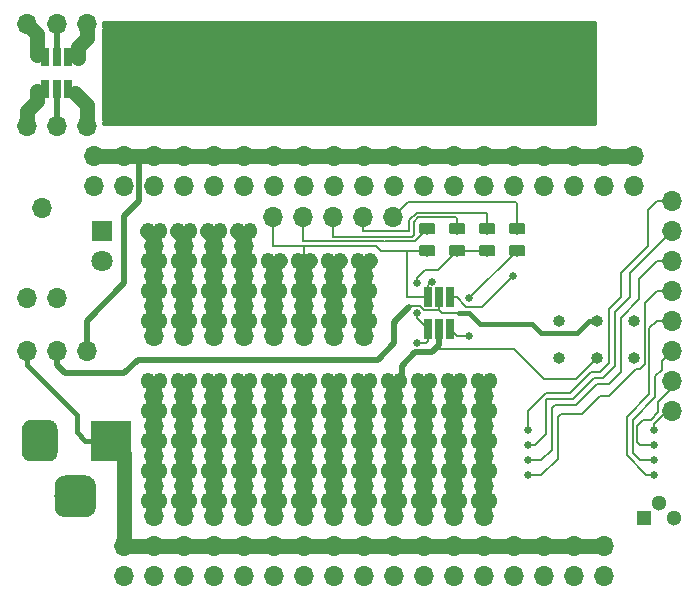
<source format=gtl>
G04 #@! TF.GenerationSoftware,KiCad,Pcbnew,5.0.2+dfsg1-1~bpo9+1*
G04 #@! TF.CreationDate,2020-07-03T00:24:56-04:00*
G04 #@! TF.ProjectId,attiny10,61747469-6e79-4313-902e-6b696361645f,0.10.a*
G04 #@! TF.SameCoordinates,Original*
G04 #@! TF.FileFunction,Copper,L1,Top*
G04 #@! TF.FilePolarity,Positive*
%FSLAX46Y46*%
G04 Gerber Fmt 4.6, Leading zero omitted, Abs format (unit mm)*
G04 Created by KiCad (PCBNEW 5.0.2+dfsg1-1~bpo9+1) date Fri 03 Jul 2020 12:24:56 AM EDT*
%MOMM*%
%LPD*%
G01*
G04 APERTURE LIST*
G04 #@! TA.AperFunction,ComponentPad*
%ADD10O,1.700000X1.700000*%
G04 #@! TD*
G04 #@! TA.AperFunction,ComponentPad*
%ADD11O,1.200000X1.400000*%
G04 #@! TD*
G04 #@! TA.AperFunction,ComponentPad*
%ADD12O,1.000000X1.000000*%
G04 #@! TD*
G04 #@! TA.AperFunction,Conductor*
%ADD13C,0.150000*%
G04 #@! TD*
G04 #@! TA.AperFunction,SMDPad,CuDef*
%ADD14C,0.975000*%
G04 #@! TD*
G04 #@! TA.AperFunction,ComponentPad*
%ADD15C,1.800000*%
G04 #@! TD*
G04 #@! TA.AperFunction,ComponentPad*
%ADD16R,1.800000X1.800000*%
G04 #@! TD*
G04 #@! TA.AperFunction,SMDPad,CuDef*
%ADD17R,0.650000X1.760000*%
G04 #@! TD*
G04 #@! TA.AperFunction,ComponentPad*
%ADD18R,1.300000X1.300000*%
G04 #@! TD*
G04 #@! TA.AperFunction,ComponentPad*
%ADD19C,1.300000*%
G04 #@! TD*
G04 #@! TA.AperFunction,ComponentPad*
%ADD20C,3.500000*%
G04 #@! TD*
G04 #@! TA.AperFunction,ComponentPad*
%ADD21C,3.000000*%
G04 #@! TD*
G04 #@! TA.AperFunction,ComponentPad*
%ADD22R,3.500000X3.500000*%
G04 #@! TD*
G04 #@! TA.AperFunction,SMDPad,CuDef*
%ADD23R,0.650000X1.560000*%
G04 #@! TD*
G04 #@! TA.AperFunction,ViaPad*
%ADD24C,0.635000*%
G04 #@! TD*
G04 #@! TA.AperFunction,Conductor*
%ADD25C,1.270000*%
G04 #@! TD*
G04 #@! TA.AperFunction,Conductor*
%ADD26C,1.016000*%
G04 #@! TD*
G04 #@! TA.AperFunction,Conductor*
%ADD27C,0.203200*%
G04 #@! TD*
G04 #@! TA.AperFunction,Conductor*
%ADD28C,0.508000*%
G04 #@! TD*
G04 #@! TA.AperFunction,Conductor*
%ADD29C,0.406400*%
G04 #@! TD*
G04 #@! TA.AperFunction,NonConductor*
%ADD30C,0.254000*%
G04 #@! TD*
G04 APERTURE END LIST*
D10*
G04 #@! TO.P,REF\002A\002A,1*
G04 #@! TO.N,N/C*
X86360000Y-71120000D03*
G04 #@! TD*
G04 #@! TO.P,REF\002A\002A,1*
G04 #@! TO.N,N/C*
X86360000Y-73660000D03*
G04 #@! TD*
G04 #@! TO.P,REF\002A\002A,1*
G04 #@! TO.N,N/C*
X86360000Y-76200000D03*
G04 #@! TD*
G04 #@! TO.P,REF\002A\002A,1*
G04 #@! TO.N,N/C*
X86360000Y-78740000D03*
G04 #@! TD*
G04 #@! TO.P,REF\002A\002A,1*
G04 #@! TO.N,N/C*
X86360000Y-81280000D03*
G04 #@! TD*
G04 #@! TO.P,REF\002A\002A,1*
G04 #@! TO.N,N/C*
X86360000Y-88900000D03*
G04 #@! TD*
G04 #@! TO.P,REF\002A\002A,1*
G04 #@! TO.N,N/C*
X86360000Y-83820000D03*
G04 #@! TD*
G04 #@! TO.P,REF\002A\002A,1*
G04 #@! TO.N,N/C*
X86360000Y-86360000D03*
G04 #@! TD*
D11*
G04 #@! TO.P,P?,8*
G04 #@! TO.N,N/C*
X71020000Y-93980000D03*
G04 #@! TO.P,P?,7*
X69950000Y-93980000D03*
G04 #@! TO.P,P?,6*
X68480000Y-93980000D03*
G04 #@! TO.P,P?,5*
X67410000Y-93980000D03*
G04 #@! TO.P,P?,4*
X65940000Y-93980000D03*
G04 #@! TO.P,P?,3*
X64870000Y-93980000D03*
G04 #@! TO.P,P?,2*
X63400000Y-93980000D03*
G04 #@! TO.P,P?,1*
X62330000Y-93980000D03*
G04 #@! TD*
D10*
G04 #@! TO.P,REF\002A\002A,1*
G04 #@! TO.N,N/C*
X31750000Y-64770000D03*
G04 #@! TD*
G04 #@! TO.P,REF\002A\002A,1*
G04 #@! TO.N,N/C*
X36830000Y-64770000D03*
G04 #@! TD*
G04 #@! TO.P,REF\002A\002A,1*
G04 #@! TO.N,N/C*
X34290000Y-64770000D03*
G04 #@! TD*
G04 #@! TO.P,REF\002A\002A,1*
G04 #@! TO.N,N/C*
X31750000Y-56134000D03*
G04 #@! TD*
G04 #@! TO.P,REF\002A\002A,1*
G04 #@! TO.N,N/C*
X34290000Y-56134000D03*
G04 #@! TD*
G04 #@! TO.P,REF\002A\002A,1*
G04 #@! TO.N,N/C*
X36830000Y-56134000D03*
G04 #@! TD*
G04 #@! TO.P,REF\002A\002A,1*
G04 #@! TO.N,N/C*
X36830000Y-83820000D03*
G04 #@! TD*
G04 #@! TO.P,REF\002A\002A,1*
G04 #@! TO.N,N/C*
X34290000Y-83820000D03*
G04 #@! TD*
D12*
G04 #@! TO.P,REF\002A\002A,1*
G04 #@! TO.N,N/C*
X76835000Y-84455000D03*
G04 #@! TD*
G04 #@! TO.P,REF\002A\002A,1*
G04 #@! TO.N,N/C*
X80010000Y-84455000D03*
G04 #@! TD*
G04 #@! TO.P,REF\002A\002A,1*
G04 #@! TO.N,N/C*
X83185000Y-84455000D03*
G04 #@! TD*
G04 #@! TO.P,REF\002A\002A,1*
G04 #@! TO.N,N/C*
X83185000Y-81280000D03*
G04 #@! TD*
G04 #@! TO.P,REF\002A\002A,1*
G04 #@! TO.N,N/C*
X80010000Y-81280000D03*
G04 #@! TD*
D10*
G04 #@! TO.P,REF\002A\002A,1*
G04 #@! TO.N,N/C*
X67945000Y-102870000D03*
G04 #@! TD*
D13*
G04 #@! TO.N,N/C*
G04 #@! TO.C,REF\002A\002A*
G36*
X73759142Y-72998174D02*
X73782803Y-73001684D01*
X73806007Y-73007496D01*
X73828529Y-73015554D01*
X73850153Y-73025782D01*
X73870670Y-73038079D01*
X73889883Y-73052329D01*
X73907607Y-73068393D01*
X73923671Y-73086117D01*
X73937921Y-73105330D01*
X73950218Y-73125847D01*
X73960446Y-73147471D01*
X73968504Y-73169993D01*
X73974316Y-73193197D01*
X73977826Y-73216858D01*
X73979000Y-73240750D01*
X73979000Y-73728250D01*
X73977826Y-73752142D01*
X73974316Y-73775803D01*
X73968504Y-73799007D01*
X73960446Y-73821529D01*
X73950218Y-73843153D01*
X73937921Y-73863670D01*
X73923671Y-73882883D01*
X73907607Y-73900607D01*
X73889883Y-73916671D01*
X73870670Y-73930921D01*
X73850153Y-73943218D01*
X73828529Y-73953446D01*
X73806007Y-73961504D01*
X73782803Y-73967316D01*
X73759142Y-73970826D01*
X73735250Y-73972000D01*
X72822750Y-73972000D01*
X72798858Y-73970826D01*
X72775197Y-73967316D01*
X72751993Y-73961504D01*
X72729471Y-73953446D01*
X72707847Y-73943218D01*
X72687330Y-73930921D01*
X72668117Y-73916671D01*
X72650393Y-73900607D01*
X72634329Y-73882883D01*
X72620079Y-73863670D01*
X72607782Y-73843153D01*
X72597554Y-73821529D01*
X72589496Y-73799007D01*
X72583684Y-73775803D01*
X72580174Y-73752142D01*
X72579000Y-73728250D01*
X72579000Y-73240750D01*
X72580174Y-73216858D01*
X72583684Y-73193197D01*
X72589496Y-73169993D01*
X72597554Y-73147471D01*
X72607782Y-73125847D01*
X72620079Y-73105330D01*
X72634329Y-73086117D01*
X72650393Y-73068393D01*
X72668117Y-73052329D01*
X72687330Y-73038079D01*
X72707847Y-73025782D01*
X72729471Y-73015554D01*
X72751993Y-73007496D01*
X72775197Y-73001684D01*
X72798858Y-72998174D01*
X72822750Y-72997000D01*
X73735250Y-72997000D01*
X73759142Y-72998174D01*
X73759142Y-72998174D01*
G37*
D14*
G04 #@! TD*
G04 #@! TO.P,REF\002A\002A,1*
G04 #@! TO.N,N/C*
X73279000Y-73484500D03*
D13*
G04 #@! TO.N,N/C*
G04 #@! TO.C,REF\002A\002A*
G36*
X73759142Y-74873174D02*
X73782803Y-74876684D01*
X73806007Y-74882496D01*
X73828529Y-74890554D01*
X73850153Y-74900782D01*
X73870670Y-74913079D01*
X73889883Y-74927329D01*
X73907607Y-74943393D01*
X73923671Y-74961117D01*
X73937921Y-74980330D01*
X73950218Y-75000847D01*
X73960446Y-75022471D01*
X73968504Y-75044993D01*
X73974316Y-75068197D01*
X73977826Y-75091858D01*
X73979000Y-75115750D01*
X73979000Y-75603250D01*
X73977826Y-75627142D01*
X73974316Y-75650803D01*
X73968504Y-75674007D01*
X73960446Y-75696529D01*
X73950218Y-75718153D01*
X73937921Y-75738670D01*
X73923671Y-75757883D01*
X73907607Y-75775607D01*
X73889883Y-75791671D01*
X73870670Y-75805921D01*
X73850153Y-75818218D01*
X73828529Y-75828446D01*
X73806007Y-75836504D01*
X73782803Y-75842316D01*
X73759142Y-75845826D01*
X73735250Y-75847000D01*
X72822750Y-75847000D01*
X72798858Y-75845826D01*
X72775197Y-75842316D01*
X72751993Y-75836504D01*
X72729471Y-75828446D01*
X72707847Y-75818218D01*
X72687330Y-75805921D01*
X72668117Y-75791671D01*
X72650393Y-75775607D01*
X72634329Y-75757883D01*
X72620079Y-75738670D01*
X72607782Y-75718153D01*
X72597554Y-75696529D01*
X72589496Y-75674007D01*
X72583684Y-75650803D01*
X72580174Y-75627142D01*
X72579000Y-75603250D01*
X72579000Y-75115750D01*
X72580174Y-75091858D01*
X72583684Y-75068197D01*
X72589496Y-75044993D01*
X72597554Y-75022471D01*
X72607782Y-75000847D01*
X72620079Y-74980330D01*
X72634329Y-74961117D01*
X72650393Y-74943393D01*
X72668117Y-74927329D01*
X72687330Y-74913079D01*
X72707847Y-74900782D01*
X72729471Y-74890554D01*
X72751993Y-74882496D01*
X72775197Y-74876684D01*
X72798858Y-74873174D01*
X72822750Y-74872000D01*
X73735250Y-74872000D01*
X73759142Y-74873174D01*
X73759142Y-74873174D01*
G37*
D14*
G04 #@! TD*
G04 #@! TO.P,REF\002A\002A,2*
G04 #@! TO.N,N/C*
X73279000Y-75359500D03*
D13*
G04 #@! TO.N,N/C*
G04 #@! TO.C,REF\002A\002A*
G36*
X71219142Y-74873174D02*
X71242803Y-74876684D01*
X71266007Y-74882496D01*
X71288529Y-74890554D01*
X71310153Y-74900782D01*
X71330670Y-74913079D01*
X71349883Y-74927329D01*
X71367607Y-74943393D01*
X71383671Y-74961117D01*
X71397921Y-74980330D01*
X71410218Y-75000847D01*
X71420446Y-75022471D01*
X71428504Y-75044993D01*
X71434316Y-75068197D01*
X71437826Y-75091858D01*
X71439000Y-75115750D01*
X71439000Y-75603250D01*
X71437826Y-75627142D01*
X71434316Y-75650803D01*
X71428504Y-75674007D01*
X71420446Y-75696529D01*
X71410218Y-75718153D01*
X71397921Y-75738670D01*
X71383671Y-75757883D01*
X71367607Y-75775607D01*
X71349883Y-75791671D01*
X71330670Y-75805921D01*
X71310153Y-75818218D01*
X71288529Y-75828446D01*
X71266007Y-75836504D01*
X71242803Y-75842316D01*
X71219142Y-75845826D01*
X71195250Y-75847000D01*
X70282750Y-75847000D01*
X70258858Y-75845826D01*
X70235197Y-75842316D01*
X70211993Y-75836504D01*
X70189471Y-75828446D01*
X70167847Y-75818218D01*
X70147330Y-75805921D01*
X70128117Y-75791671D01*
X70110393Y-75775607D01*
X70094329Y-75757883D01*
X70080079Y-75738670D01*
X70067782Y-75718153D01*
X70057554Y-75696529D01*
X70049496Y-75674007D01*
X70043684Y-75650803D01*
X70040174Y-75627142D01*
X70039000Y-75603250D01*
X70039000Y-75115750D01*
X70040174Y-75091858D01*
X70043684Y-75068197D01*
X70049496Y-75044993D01*
X70057554Y-75022471D01*
X70067782Y-75000847D01*
X70080079Y-74980330D01*
X70094329Y-74961117D01*
X70110393Y-74943393D01*
X70128117Y-74927329D01*
X70147330Y-74913079D01*
X70167847Y-74900782D01*
X70189471Y-74890554D01*
X70211993Y-74882496D01*
X70235197Y-74876684D01*
X70258858Y-74873174D01*
X70282750Y-74872000D01*
X71195250Y-74872000D01*
X71219142Y-74873174D01*
X71219142Y-74873174D01*
G37*
D14*
G04 #@! TD*
G04 #@! TO.P,REF\002A\002A,2*
G04 #@! TO.N,N/C*
X70739000Y-75359500D03*
D13*
G04 #@! TO.N,N/C*
G04 #@! TO.C,REF\002A\002A*
G36*
X71219142Y-72998174D02*
X71242803Y-73001684D01*
X71266007Y-73007496D01*
X71288529Y-73015554D01*
X71310153Y-73025782D01*
X71330670Y-73038079D01*
X71349883Y-73052329D01*
X71367607Y-73068393D01*
X71383671Y-73086117D01*
X71397921Y-73105330D01*
X71410218Y-73125847D01*
X71420446Y-73147471D01*
X71428504Y-73169993D01*
X71434316Y-73193197D01*
X71437826Y-73216858D01*
X71439000Y-73240750D01*
X71439000Y-73728250D01*
X71437826Y-73752142D01*
X71434316Y-73775803D01*
X71428504Y-73799007D01*
X71420446Y-73821529D01*
X71410218Y-73843153D01*
X71397921Y-73863670D01*
X71383671Y-73882883D01*
X71367607Y-73900607D01*
X71349883Y-73916671D01*
X71330670Y-73930921D01*
X71310153Y-73943218D01*
X71288529Y-73953446D01*
X71266007Y-73961504D01*
X71242803Y-73967316D01*
X71219142Y-73970826D01*
X71195250Y-73972000D01*
X70282750Y-73972000D01*
X70258858Y-73970826D01*
X70235197Y-73967316D01*
X70211993Y-73961504D01*
X70189471Y-73953446D01*
X70167847Y-73943218D01*
X70147330Y-73930921D01*
X70128117Y-73916671D01*
X70110393Y-73900607D01*
X70094329Y-73882883D01*
X70080079Y-73863670D01*
X70067782Y-73843153D01*
X70057554Y-73821529D01*
X70049496Y-73799007D01*
X70043684Y-73775803D01*
X70040174Y-73752142D01*
X70039000Y-73728250D01*
X70039000Y-73240750D01*
X70040174Y-73216858D01*
X70043684Y-73193197D01*
X70049496Y-73169993D01*
X70057554Y-73147471D01*
X70067782Y-73125847D01*
X70080079Y-73105330D01*
X70094329Y-73086117D01*
X70110393Y-73068393D01*
X70128117Y-73052329D01*
X70147330Y-73038079D01*
X70167847Y-73025782D01*
X70189471Y-73015554D01*
X70211993Y-73007496D01*
X70235197Y-73001684D01*
X70258858Y-72998174D01*
X70282750Y-72997000D01*
X71195250Y-72997000D01*
X71219142Y-72998174D01*
X71219142Y-72998174D01*
G37*
D14*
G04 #@! TD*
G04 #@! TO.P,REF\002A\002A,1*
G04 #@! TO.N,N/C*
X70739000Y-73484500D03*
D13*
G04 #@! TO.N,N/C*
G04 #@! TO.C,REF\002A\002A*
G36*
X68679142Y-72998174D02*
X68702803Y-73001684D01*
X68726007Y-73007496D01*
X68748529Y-73015554D01*
X68770153Y-73025782D01*
X68790670Y-73038079D01*
X68809883Y-73052329D01*
X68827607Y-73068393D01*
X68843671Y-73086117D01*
X68857921Y-73105330D01*
X68870218Y-73125847D01*
X68880446Y-73147471D01*
X68888504Y-73169993D01*
X68894316Y-73193197D01*
X68897826Y-73216858D01*
X68899000Y-73240750D01*
X68899000Y-73728250D01*
X68897826Y-73752142D01*
X68894316Y-73775803D01*
X68888504Y-73799007D01*
X68880446Y-73821529D01*
X68870218Y-73843153D01*
X68857921Y-73863670D01*
X68843671Y-73882883D01*
X68827607Y-73900607D01*
X68809883Y-73916671D01*
X68790670Y-73930921D01*
X68770153Y-73943218D01*
X68748529Y-73953446D01*
X68726007Y-73961504D01*
X68702803Y-73967316D01*
X68679142Y-73970826D01*
X68655250Y-73972000D01*
X67742750Y-73972000D01*
X67718858Y-73970826D01*
X67695197Y-73967316D01*
X67671993Y-73961504D01*
X67649471Y-73953446D01*
X67627847Y-73943218D01*
X67607330Y-73930921D01*
X67588117Y-73916671D01*
X67570393Y-73900607D01*
X67554329Y-73882883D01*
X67540079Y-73863670D01*
X67527782Y-73843153D01*
X67517554Y-73821529D01*
X67509496Y-73799007D01*
X67503684Y-73775803D01*
X67500174Y-73752142D01*
X67499000Y-73728250D01*
X67499000Y-73240750D01*
X67500174Y-73216858D01*
X67503684Y-73193197D01*
X67509496Y-73169993D01*
X67517554Y-73147471D01*
X67527782Y-73125847D01*
X67540079Y-73105330D01*
X67554329Y-73086117D01*
X67570393Y-73068393D01*
X67588117Y-73052329D01*
X67607330Y-73038079D01*
X67627847Y-73025782D01*
X67649471Y-73015554D01*
X67671993Y-73007496D01*
X67695197Y-73001684D01*
X67718858Y-72998174D01*
X67742750Y-72997000D01*
X68655250Y-72997000D01*
X68679142Y-72998174D01*
X68679142Y-72998174D01*
G37*
D14*
G04 #@! TD*
G04 #@! TO.P,REF\002A\002A,1*
G04 #@! TO.N,N/C*
X68199000Y-73484500D03*
D13*
G04 #@! TO.N,N/C*
G04 #@! TO.C,REF\002A\002A*
G36*
X68679142Y-74873174D02*
X68702803Y-74876684D01*
X68726007Y-74882496D01*
X68748529Y-74890554D01*
X68770153Y-74900782D01*
X68790670Y-74913079D01*
X68809883Y-74927329D01*
X68827607Y-74943393D01*
X68843671Y-74961117D01*
X68857921Y-74980330D01*
X68870218Y-75000847D01*
X68880446Y-75022471D01*
X68888504Y-75044993D01*
X68894316Y-75068197D01*
X68897826Y-75091858D01*
X68899000Y-75115750D01*
X68899000Y-75603250D01*
X68897826Y-75627142D01*
X68894316Y-75650803D01*
X68888504Y-75674007D01*
X68880446Y-75696529D01*
X68870218Y-75718153D01*
X68857921Y-75738670D01*
X68843671Y-75757883D01*
X68827607Y-75775607D01*
X68809883Y-75791671D01*
X68790670Y-75805921D01*
X68770153Y-75818218D01*
X68748529Y-75828446D01*
X68726007Y-75836504D01*
X68702803Y-75842316D01*
X68679142Y-75845826D01*
X68655250Y-75847000D01*
X67742750Y-75847000D01*
X67718858Y-75845826D01*
X67695197Y-75842316D01*
X67671993Y-75836504D01*
X67649471Y-75828446D01*
X67627847Y-75818218D01*
X67607330Y-75805921D01*
X67588117Y-75791671D01*
X67570393Y-75775607D01*
X67554329Y-75757883D01*
X67540079Y-75738670D01*
X67527782Y-75718153D01*
X67517554Y-75696529D01*
X67509496Y-75674007D01*
X67503684Y-75650803D01*
X67500174Y-75627142D01*
X67499000Y-75603250D01*
X67499000Y-75115750D01*
X67500174Y-75091858D01*
X67503684Y-75068197D01*
X67509496Y-75044993D01*
X67517554Y-75022471D01*
X67527782Y-75000847D01*
X67540079Y-74980330D01*
X67554329Y-74961117D01*
X67570393Y-74943393D01*
X67588117Y-74927329D01*
X67607330Y-74913079D01*
X67627847Y-74900782D01*
X67649471Y-74890554D01*
X67671993Y-74882496D01*
X67695197Y-74876684D01*
X67718858Y-74873174D01*
X67742750Y-74872000D01*
X68655250Y-74872000D01*
X68679142Y-74873174D01*
X68679142Y-74873174D01*
G37*
D14*
G04 #@! TD*
G04 #@! TO.P,REF\002A\002A,2*
G04 #@! TO.N,N/C*
X68199000Y-75359500D03*
D10*
G04 #@! TO.P,REF\002A\002A,1*
G04 #@! TO.N,N/C*
X52578000Y-72517000D03*
G04 #@! TD*
G04 #@! TO.P,REF\002A\002A,1*
G04 #@! TO.N,N/C*
X62738000Y-72517000D03*
G04 #@! TD*
G04 #@! TO.P,REF\002A\002A,1*
G04 #@! TO.N,N/C*
X60198000Y-72517000D03*
G04 #@! TD*
G04 #@! TO.P,REF\002A\002A,1*
G04 #@! TO.N,N/C*
X57658000Y-72517000D03*
G04 #@! TD*
G04 #@! TO.P,REF\002A\002A,1*
G04 #@! TO.N,N/C*
X55118000Y-72517000D03*
G04 #@! TD*
G04 #@! TO.P,REF\002A\002A,1*
G04 #@! TO.N,N/C*
X73025000Y-69850000D03*
G04 #@! TD*
G04 #@! TO.P,REF\002A\002A,1*
G04 #@! TO.N,N/C*
X70485000Y-69850000D03*
G04 #@! TD*
G04 #@! TO.P,REF\002A\002A,1*
G04 #@! TO.N,N/C*
X67945000Y-69850000D03*
G04 #@! TD*
G04 #@! TO.P,REF\002A\002A,1*
G04 #@! TO.N,N/C*
X65405000Y-69850000D03*
G04 #@! TD*
G04 #@! TO.P,REF\002A\002A,1*
G04 #@! TO.N,N/C*
X33020000Y-71755000D03*
G04 #@! TD*
G04 #@! TO.P,REF\002A\002A,1*
G04 #@! TO.N,N/C*
X34290000Y-79375000D03*
G04 #@! TD*
G04 #@! TO.P,REF\002A\002A,1*
G04 #@! TO.N,N/C*
X31750000Y-79375000D03*
G04 #@! TD*
G04 #@! TO.P,REF\002A\002A,1*
G04 #@! TO.N,N/C*
X83185000Y-69850000D03*
G04 #@! TD*
G04 #@! TO.P,REF\002A\002A,1*
G04 #@! TO.N,N/C*
X70485000Y-67310000D03*
G04 #@! TD*
G04 #@! TO.P,REF\002A\002A,1*
G04 #@! TO.N,N/C*
X83185000Y-67310000D03*
G04 #@! TD*
G04 #@! TO.P,REF\002A\002A,1*
G04 #@! TO.N,N/C*
X75565000Y-67310000D03*
G04 #@! TD*
G04 #@! TO.P,REF\002A\002A,1*
G04 #@! TO.N,N/C*
X78105000Y-69850000D03*
G04 #@! TD*
G04 #@! TO.P,REF\002A\002A,1*
G04 #@! TO.N,N/C*
X78105000Y-67310000D03*
G04 #@! TD*
G04 #@! TO.P,REF\002A\002A,1*
G04 #@! TO.N,N/C*
X80645000Y-67310000D03*
G04 #@! TD*
G04 #@! TO.P,REF\002A\002A,1*
G04 #@! TO.N,N/C*
X73025000Y-67310000D03*
G04 #@! TD*
G04 #@! TO.P,REF\002A\002A,1*
G04 #@! TO.N,N/C*
X75565000Y-69850000D03*
G04 #@! TD*
G04 #@! TO.P,REF\002A\002A,1*
G04 #@! TO.N,N/C*
X80645000Y-69850000D03*
G04 #@! TD*
G04 #@! TO.P,REF\002A\002A,1*
G04 #@! TO.N,N/C*
X80645000Y-102870000D03*
G04 #@! TD*
G04 #@! TO.P,REF\002A\002A,1*
G04 #@! TO.N,N/C*
X75565000Y-102870000D03*
G04 #@! TD*
G04 #@! TO.P,REF\002A\002A,1*
G04 #@! TO.N,N/C*
X70485000Y-102870000D03*
G04 #@! TD*
G04 #@! TO.P,REF\002A\002A,1*
G04 #@! TO.N,N/C*
X78105000Y-102870000D03*
G04 #@! TD*
G04 #@! TO.P,REF\002A\002A,1*
G04 #@! TO.N,N/C*
X73025000Y-102870000D03*
G04 #@! TD*
G04 #@! TO.P,REF\002A\002A,1*
G04 #@! TO.N,N/C*
X73025000Y-100330000D03*
G04 #@! TD*
G04 #@! TO.P,REF\002A\002A,1*
G04 #@! TO.N,N/C*
X78105000Y-100330000D03*
G04 #@! TD*
G04 #@! TO.P,REF\002A\002A,1*
G04 #@! TO.N,N/C*
X80645000Y-100330000D03*
G04 #@! TD*
G04 #@! TO.P,REF\002A\002A,1*
G04 #@! TO.N,N/C*
X75565000Y-100330000D03*
G04 #@! TD*
G04 #@! TO.P,REF\002A\002A,1*
G04 #@! TO.N,N/C*
X70485000Y-100330000D03*
G04 #@! TD*
G04 #@! TO.P,REF\002A\002A,1*
G04 #@! TO.N,N/C*
X70485000Y-92710000D03*
G04 #@! TD*
G04 #@! TO.P,REF\002A\002A,1*
G04 #@! TO.N,N/C*
X65405000Y-90170000D03*
G04 #@! TD*
G04 #@! TO.P,REF\002A\002A,1*
G04 #@! TO.N,N/C*
X65405000Y-97790000D03*
G04 #@! TD*
G04 #@! TO.P,REF\002A\002A,1*
G04 #@! TO.N,N/C*
X62865000Y-87630000D03*
G04 #@! TD*
G04 #@! TO.P,REF\002A\002A,1*
G04 #@! TO.N,N/C*
X62865000Y-90170000D03*
G04 #@! TD*
G04 #@! TO.P,REF\002A\002A,1*
G04 #@! TO.N,N/C*
X67945000Y-95250000D03*
G04 #@! TD*
G04 #@! TO.P,REF\002A\002A,1*
G04 #@! TO.N,N/C*
X67945000Y-92710000D03*
G04 #@! TD*
G04 #@! TO.P,REF\002A\002A,1*
G04 #@! TO.N,N/C*
X70485000Y-97790000D03*
G04 #@! TD*
G04 #@! TO.P,REF\002A\002A,1*
G04 #@! TO.N,N/C*
X70485000Y-90170000D03*
G04 #@! TD*
G04 #@! TO.P,REF\002A\002A,1*
G04 #@! TO.N,N/C*
X70485000Y-95250000D03*
G04 #@! TD*
G04 #@! TO.P,REF\002A\002A,1*
G04 #@! TO.N,N/C*
X62865000Y-95250000D03*
G04 #@! TD*
G04 #@! TO.P,REF\002A\002A,1*
G04 #@! TO.N,N/C*
X62865000Y-92710000D03*
G04 #@! TD*
G04 #@! TO.P,REF\002A\002A,1*
G04 #@! TO.N,N/C*
X65405000Y-95250000D03*
G04 #@! TD*
G04 #@! TO.P,REF\002A\002A,1*
G04 #@! TO.N,N/C*
X65405000Y-92710000D03*
G04 #@! TD*
G04 #@! TO.P,REF\002A\002A,1*
G04 #@! TO.N,N/C*
X67945000Y-97790000D03*
G04 #@! TD*
G04 #@! TO.P,REF\002A\002A,1*
G04 #@! TO.N,N/C*
X62865000Y-97790000D03*
G04 #@! TD*
G04 #@! TO.P,REF\002A\002A,1*
G04 #@! TO.N,N/C*
X67945000Y-90170000D03*
G04 #@! TD*
G04 #@! TO.P,REF\002A\002A,1*
G04 #@! TO.N,N/C*
X67945000Y-87630000D03*
G04 #@! TD*
D11*
G04 #@! TO.P,P?,8*
G04 #@! TO.N,N/C*
X71020000Y-88900000D03*
G04 #@! TO.P,P?,7*
X69950000Y-88900000D03*
G04 #@! TO.P,P?,6*
X68480000Y-88900000D03*
G04 #@! TO.P,P?,5*
X67410000Y-88900000D03*
G04 #@! TO.P,P?,4*
X65940000Y-88900000D03*
G04 #@! TO.P,P?,3*
X64870000Y-88900000D03*
G04 #@! TO.P,P?,2*
X63400000Y-88900000D03*
G04 #@! TO.P,P?,1*
X62330000Y-88900000D03*
G04 #@! TD*
G04 #@! TO.P,P?,8*
G04 #@! TO.N,N/C*
X71020000Y-96520000D03*
G04 #@! TO.P,P?,7*
X69950000Y-96520000D03*
G04 #@! TO.P,P?,6*
X68480000Y-96520000D03*
G04 #@! TO.P,P?,5*
X67410000Y-96520000D03*
G04 #@! TO.P,P?,4*
X65940000Y-96520000D03*
G04 #@! TO.P,P?,3*
X64870000Y-96520000D03*
G04 #@! TO.P,P?,2*
X63400000Y-96520000D03*
G04 #@! TO.P,P?,1*
X62330000Y-96520000D03*
G04 #@! TD*
G04 #@! TO.P,P?,8*
G04 #@! TO.N,N/C*
X71020000Y-86360000D03*
G04 #@! TO.P,P?,7*
X69950000Y-86360000D03*
G04 #@! TO.P,P?,6*
X68480000Y-86360000D03*
G04 #@! TO.P,P?,5*
X67410000Y-86360000D03*
G04 #@! TO.P,P?,4*
X65940000Y-86360000D03*
G04 #@! TO.P,P?,3*
X64870000Y-86360000D03*
G04 #@! TO.P,P?,2*
X63400000Y-86360000D03*
G04 #@! TO.P,P?,1*
X62330000Y-86360000D03*
G04 #@! TD*
G04 #@! TO.P,P?,8*
G04 #@! TO.N,N/C*
X71020000Y-91440000D03*
G04 #@! TO.P,P?,7*
X69950000Y-91440000D03*
G04 #@! TO.P,P?,6*
X68480000Y-91440000D03*
G04 #@! TO.P,P?,5*
X67410000Y-91440000D03*
G04 #@! TO.P,P?,4*
X65940000Y-91440000D03*
G04 #@! TO.P,P?,3*
X64870000Y-91440000D03*
G04 #@! TO.P,P?,2*
X63400000Y-91440000D03*
G04 #@! TO.P,P?,1*
X62330000Y-91440000D03*
G04 #@! TD*
D10*
G04 #@! TO.P,REF\002A\002A,1*
G04 #@! TO.N,N/C*
X65405000Y-87630000D03*
G04 #@! TD*
G04 #@! TO.P,REF\002A\002A,1*
G04 #@! TO.N,N/C*
X70485000Y-87630000D03*
G04 #@! TD*
G04 #@! TO.P,REF\002A\002A,1*
G04 #@! TO.N,N/C*
X50165000Y-77470000D03*
G04 #@! TD*
G04 #@! TO.P,REF\002A\002A,1*
G04 #@! TO.N,N/C*
X52705000Y-82550000D03*
G04 #@! TD*
G04 #@! TO.P,REF\002A\002A,1*
G04 #@! TO.N,N/C*
X52705000Y-80010000D03*
G04 #@! TD*
G04 #@! TO.P,REF\002A\002A,1*
G04 #@! TO.N,N/C*
X57785000Y-82550000D03*
G04 #@! TD*
G04 #@! TO.P,REF\002A\002A,1*
G04 #@! TO.N,N/C*
X45085000Y-74930000D03*
G04 #@! TD*
G04 #@! TO.P,REF\002A\002A,1*
G04 #@! TO.N,N/C*
X45085000Y-82550000D03*
G04 #@! TD*
G04 #@! TO.P,REF\002A\002A,1*
G04 #@! TO.N,N/C*
X42545000Y-74930000D03*
G04 #@! TD*
G04 #@! TO.P,REF\002A\002A,1*
G04 #@! TO.N,N/C*
X47625000Y-80010000D03*
G04 #@! TD*
G04 #@! TO.P,REF\002A\002A,1*
G04 #@! TO.N,N/C*
X47625000Y-77470000D03*
G04 #@! TD*
G04 #@! TO.P,REF\002A\002A,1*
G04 #@! TO.N,N/C*
X50165000Y-82550000D03*
G04 #@! TD*
G04 #@! TO.P,REF\002A\002A,1*
G04 #@! TO.N,N/C*
X50165000Y-74930000D03*
G04 #@! TD*
G04 #@! TO.P,REF\002A\002A,1*
G04 #@! TO.N,N/C*
X57785000Y-77470000D03*
G04 #@! TD*
G04 #@! TO.P,REF\002A\002A,1*
G04 #@! TO.N,N/C*
X55245000Y-77470000D03*
G04 #@! TD*
G04 #@! TO.P,REF\002A\002A,1*
G04 #@! TO.N,N/C*
X50165000Y-80010000D03*
G04 #@! TD*
G04 #@! TO.P,REF\002A\002A,1*
G04 #@! TO.N,N/C*
X42545000Y-80010000D03*
G04 #@! TD*
G04 #@! TO.P,REF\002A\002A,1*
G04 #@! TO.N,N/C*
X42545000Y-77470000D03*
G04 #@! TD*
G04 #@! TO.P,REF\002A\002A,1*
G04 #@! TO.N,N/C*
X55245000Y-80010000D03*
G04 #@! TD*
G04 #@! TO.P,REF\002A\002A,1*
G04 #@! TO.N,N/C*
X60325000Y-82550000D03*
G04 #@! TD*
G04 #@! TO.P,REF\002A\002A,1*
G04 #@! TO.N,N/C*
X60325000Y-80010000D03*
G04 #@! TD*
G04 #@! TO.P,REF\002A\002A,1*
G04 #@! TO.N,N/C*
X52705000Y-77470000D03*
G04 #@! TD*
D11*
G04 #@! TO.P,P?,1*
G04 #@! TO.N,N/C*
X52170000Y-76200000D03*
G04 #@! TO.P,P?,2*
X53240000Y-76200000D03*
G04 #@! TO.P,P?,3*
X54710000Y-76200000D03*
G04 #@! TO.P,P?,4*
X55780000Y-76200000D03*
G04 #@! TO.P,P?,5*
X57250000Y-76200000D03*
G04 #@! TO.P,P?,6*
X58320000Y-76200000D03*
G04 #@! TO.P,P?,7*
X59790000Y-76200000D03*
G04 #@! TO.P,P?,8*
X60860000Y-76200000D03*
G04 #@! TD*
D10*
G04 #@! TO.P,REF\002A\002A,1*
G04 #@! TO.N,N/C*
X55245000Y-82550000D03*
G04 #@! TD*
G04 #@! TO.P,REF\002A\002A,1*
G04 #@! TO.N,N/C*
X57785000Y-80010000D03*
G04 #@! TD*
D11*
G04 #@! TO.P,P?,1*
G04 #@! TO.N,N/C*
X52170000Y-81280000D03*
G04 #@! TO.P,P?,2*
X53240000Y-81280000D03*
G04 #@! TO.P,P?,3*
X54710000Y-81280000D03*
G04 #@! TO.P,P?,4*
X55780000Y-81280000D03*
G04 #@! TO.P,P?,5*
X57250000Y-81280000D03*
G04 #@! TO.P,P?,6*
X58320000Y-81280000D03*
G04 #@! TO.P,P?,7*
X59790000Y-81280000D03*
G04 #@! TO.P,P?,8*
X60860000Y-81280000D03*
G04 #@! TD*
D10*
G04 #@! TO.P,REF\002A\002A,1*
G04 #@! TO.N,N/C*
X45085000Y-80010000D03*
G04 #@! TD*
G04 #@! TO.P,REF\002A\002A,1*
G04 #@! TO.N,N/C*
X45085000Y-77470000D03*
G04 #@! TD*
D11*
G04 #@! TO.P,P?,1*
G04 #@! TO.N,N/C*
X52170000Y-78740000D03*
G04 #@! TO.P,P?,2*
X53240000Y-78740000D03*
G04 #@! TO.P,P?,3*
X54710000Y-78740000D03*
G04 #@! TO.P,P?,4*
X55780000Y-78740000D03*
G04 #@! TO.P,P?,5*
X57250000Y-78740000D03*
G04 #@! TO.P,P?,6*
X58320000Y-78740000D03*
G04 #@! TO.P,P?,7*
X59790000Y-78740000D03*
G04 #@! TO.P,P?,8*
X60860000Y-78740000D03*
G04 #@! TD*
D10*
G04 #@! TO.P,REF\002A\002A,1*
G04 #@! TO.N,N/C*
X47625000Y-82550000D03*
G04 #@! TD*
G04 #@! TO.P,REF\002A\002A,1*
G04 #@! TO.N,N/C*
X42545000Y-82550000D03*
G04 #@! TD*
G04 #@! TO.P,REF\002A\002A,1*
G04 #@! TO.N,N/C*
X47625000Y-74930000D03*
G04 #@! TD*
G04 #@! TO.P,REF\002A\002A,1*
G04 #@! TO.N,N/C*
X60325000Y-77470000D03*
G04 #@! TD*
D11*
G04 #@! TO.P,P?,8*
G04 #@! TO.N,N/C*
X50700000Y-73660000D03*
G04 #@! TO.P,P?,7*
X49630000Y-73660000D03*
G04 #@! TO.P,P?,6*
X48160000Y-73660000D03*
G04 #@! TO.P,P?,5*
X47090000Y-73660000D03*
G04 #@! TO.P,P?,4*
X45620000Y-73660000D03*
G04 #@! TO.P,P?,3*
X44550000Y-73660000D03*
G04 #@! TO.P,P?,2*
X43080000Y-73660000D03*
G04 #@! TO.P,P?,1*
X42010000Y-73660000D03*
G04 #@! TD*
G04 #@! TO.P,P?,8*
G04 #@! TO.N,N/C*
X50700000Y-81280000D03*
G04 #@! TO.P,P?,7*
X49630000Y-81280000D03*
G04 #@! TO.P,P?,6*
X48160000Y-81280000D03*
G04 #@! TO.P,P?,5*
X47090000Y-81280000D03*
G04 #@! TO.P,P?,4*
X45620000Y-81280000D03*
G04 #@! TO.P,P?,3*
X44550000Y-81280000D03*
G04 #@! TO.P,P?,2*
X43080000Y-81280000D03*
G04 #@! TO.P,P?,1*
X42010000Y-81280000D03*
G04 #@! TD*
G04 #@! TO.P,P?,8*
G04 #@! TO.N,N/C*
X50700000Y-78740000D03*
G04 #@! TO.P,P?,7*
X49630000Y-78740000D03*
G04 #@! TO.P,P?,6*
X48160000Y-78740000D03*
G04 #@! TO.P,P?,5*
X47090000Y-78740000D03*
G04 #@! TO.P,P?,4*
X45620000Y-78740000D03*
G04 #@! TO.P,P?,3*
X44550000Y-78740000D03*
G04 #@! TO.P,P?,2*
X43080000Y-78740000D03*
G04 #@! TO.P,P?,1*
X42010000Y-78740000D03*
G04 #@! TD*
G04 #@! TO.P,P?,8*
G04 #@! TO.N,N/C*
X50700000Y-76200000D03*
G04 #@! TO.P,P?,7*
X49630000Y-76200000D03*
G04 #@! TO.P,P?,6*
X48160000Y-76200000D03*
G04 #@! TO.P,P?,5*
X47090000Y-76200000D03*
G04 #@! TO.P,P?,4*
X45620000Y-76200000D03*
G04 #@! TO.P,P?,3*
X44550000Y-76200000D03*
G04 #@! TO.P,P?,2*
X43080000Y-76200000D03*
G04 #@! TO.P,P?,1*
X42010000Y-76200000D03*
G04 #@! TD*
D10*
G04 #@! TO.P,REF\002A\002A,1*
G04 #@! TO.N,N/C*
X60325000Y-92710000D03*
G04 #@! TD*
G04 #@! TO.P,REF\002A\002A,1*
G04 #@! TO.N,N/C*
X55245000Y-90170000D03*
G04 #@! TD*
G04 #@! TO.P,REF\002A\002A,1*
G04 #@! TO.N,N/C*
X55245000Y-97790000D03*
G04 #@! TD*
G04 #@! TO.P,REF\002A\002A,1*
G04 #@! TO.N,N/C*
X52705000Y-87630000D03*
G04 #@! TD*
G04 #@! TO.P,REF\002A\002A,1*
G04 #@! TO.N,N/C*
X52705000Y-90170000D03*
G04 #@! TD*
G04 #@! TO.P,REF\002A\002A,1*
G04 #@! TO.N,N/C*
X57785000Y-95250000D03*
G04 #@! TD*
G04 #@! TO.P,REF\002A\002A,1*
G04 #@! TO.N,N/C*
X57785000Y-92710000D03*
G04 #@! TD*
G04 #@! TO.P,REF\002A\002A,1*
G04 #@! TO.N,N/C*
X60325000Y-97790000D03*
G04 #@! TD*
G04 #@! TO.P,REF\002A\002A,1*
G04 #@! TO.N,N/C*
X60325000Y-90170000D03*
G04 #@! TD*
G04 #@! TO.P,REF\002A\002A,1*
G04 #@! TO.N,N/C*
X60325000Y-95250000D03*
G04 #@! TD*
G04 #@! TO.P,REF\002A\002A,1*
G04 #@! TO.N,N/C*
X52705000Y-95250000D03*
G04 #@! TD*
G04 #@! TO.P,REF\002A\002A,1*
G04 #@! TO.N,N/C*
X52705000Y-92710000D03*
G04 #@! TD*
G04 #@! TO.P,REF\002A\002A,1*
G04 #@! TO.N,N/C*
X55245000Y-95250000D03*
G04 #@! TD*
G04 #@! TO.P,REF\002A\002A,1*
G04 #@! TO.N,N/C*
X55245000Y-92710000D03*
G04 #@! TD*
G04 #@! TO.P,REF\002A\002A,1*
G04 #@! TO.N,N/C*
X57785000Y-97790000D03*
G04 #@! TD*
G04 #@! TO.P,REF\002A\002A,1*
G04 #@! TO.N,N/C*
X52705000Y-97790000D03*
G04 #@! TD*
G04 #@! TO.P,REF\002A\002A,1*
G04 #@! TO.N,N/C*
X57785000Y-90170000D03*
G04 #@! TD*
G04 #@! TO.P,REF\002A\002A,1*
G04 #@! TO.N,N/C*
X57785000Y-87630000D03*
G04 #@! TD*
D11*
G04 #@! TO.P,P?,8*
G04 #@! TO.N,N/C*
X60860000Y-88900000D03*
G04 #@! TO.P,P?,7*
X59790000Y-88900000D03*
G04 #@! TO.P,P?,6*
X58320000Y-88900000D03*
G04 #@! TO.P,P?,5*
X57250000Y-88900000D03*
G04 #@! TO.P,P?,4*
X55780000Y-88900000D03*
G04 #@! TO.P,P?,3*
X54710000Y-88900000D03*
G04 #@! TO.P,P?,2*
X53240000Y-88900000D03*
G04 #@! TO.P,P?,1*
X52170000Y-88900000D03*
G04 #@! TD*
G04 #@! TO.P,P?,8*
G04 #@! TO.N,N/C*
X60860000Y-96520000D03*
G04 #@! TO.P,P?,7*
X59790000Y-96520000D03*
G04 #@! TO.P,P?,6*
X58320000Y-96520000D03*
G04 #@! TO.P,P?,5*
X57250000Y-96520000D03*
G04 #@! TO.P,P?,4*
X55780000Y-96520000D03*
G04 #@! TO.P,P?,3*
X54710000Y-96520000D03*
G04 #@! TO.P,P?,2*
X53240000Y-96520000D03*
G04 #@! TO.P,P?,1*
X52170000Y-96520000D03*
G04 #@! TD*
G04 #@! TO.P,P?,8*
G04 #@! TO.N,N/C*
X60860000Y-86360000D03*
G04 #@! TO.P,P?,7*
X59790000Y-86360000D03*
G04 #@! TO.P,P?,6*
X58320000Y-86360000D03*
G04 #@! TO.P,P?,5*
X57250000Y-86360000D03*
G04 #@! TO.P,P?,4*
X55780000Y-86360000D03*
G04 #@! TO.P,P?,3*
X54710000Y-86360000D03*
G04 #@! TO.P,P?,2*
X53240000Y-86360000D03*
G04 #@! TO.P,P?,1*
X52170000Y-86360000D03*
G04 #@! TD*
G04 #@! TO.P,P?,8*
G04 #@! TO.N,N/C*
X60860000Y-93980000D03*
G04 #@! TO.P,P?,7*
X59790000Y-93980000D03*
G04 #@! TO.P,P?,6*
X58320000Y-93980000D03*
G04 #@! TO.P,P?,5*
X57250000Y-93980000D03*
G04 #@! TO.P,P?,4*
X55780000Y-93980000D03*
G04 #@! TO.P,P?,3*
X54710000Y-93980000D03*
G04 #@! TO.P,P?,2*
X53240000Y-93980000D03*
G04 #@! TO.P,P?,1*
X52170000Y-93980000D03*
G04 #@! TD*
G04 #@! TO.P,P?,8*
G04 #@! TO.N,N/C*
X60860000Y-91440000D03*
G04 #@! TO.P,P?,7*
X59790000Y-91440000D03*
G04 #@! TO.P,P?,6*
X58320000Y-91440000D03*
G04 #@! TO.P,P?,5*
X57250000Y-91440000D03*
G04 #@! TO.P,P?,4*
X55780000Y-91440000D03*
G04 #@! TO.P,P?,3*
X54710000Y-91440000D03*
G04 #@! TO.P,P?,2*
X53240000Y-91440000D03*
G04 #@! TO.P,P?,1*
X52170000Y-91440000D03*
G04 #@! TD*
D10*
G04 #@! TO.P,REF\002A\002A,1*
G04 #@! TO.N,N/C*
X55245000Y-87630000D03*
G04 #@! TD*
G04 #@! TO.P,REF\002A\002A,1*
G04 #@! TO.N,N/C*
X60325000Y-87630000D03*
G04 #@! TD*
G04 #@! TO.P,REF\002A\002A,1*
G04 #@! TO.N,N/C*
X50165000Y-95250000D03*
G04 #@! TD*
G04 #@! TO.P,REF\002A\002A,1*
G04 #@! TO.N,N/C*
X50165000Y-92710000D03*
G04 #@! TD*
G04 #@! TO.P,REF\002A\002A,1*
G04 #@! TO.N,N/C*
X50165000Y-97790000D03*
G04 #@! TD*
G04 #@! TO.P,REF\002A\002A,1*
G04 #@! TO.N,N/C*
X50165000Y-90170000D03*
G04 #@! TD*
G04 #@! TO.P,REF\002A\002A,1*
G04 #@! TO.N,N/C*
X50165000Y-87630000D03*
G04 #@! TD*
G04 #@! TO.P,REF\002A\002A,1*
G04 #@! TO.N,N/C*
X47625000Y-90170000D03*
G04 #@! TD*
G04 #@! TO.P,REF\002A\002A,1*
G04 #@! TO.N,N/C*
X47625000Y-97790000D03*
G04 #@! TD*
G04 #@! TO.P,REF\002A\002A,1*
G04 #@! TO.N,N/C*
X47625000Y-95250000D03*
G04 #@! TD*
G04 #@! TO.P,REF\002A\002A,1*
G04 #@! TO.N,N/C*
X47625000Y-92710000D03*
G04 #@! TD*
G04 #@! TO.P,REF\002A\002A,1*
G04 #@! TO.N,N/C*
X47625000Y-87630000D03*
G04 #@! TD*
G04 #@! TO.P,REF\002A\002A,1*
G04 #@! TO.N,N/C*
X45085000Y-87630000D03*
G04 #@! TD*
G04 #@! TO.P,REF\002A\002A,1*
G04 #@! TO.N,N/C*
X45085000Y-90170000D03*
G04 #@! TD*
G04 #@! TO.P,REF\002A\002A,1*
G04 #@! TO.N,N/C*
X45085000Y-95250000D03*
G04 #@! TD*
G04 #@! TO.P,REF\002A\002A,1*
G04 #@! TO.N,N/C*
X45085000Y-92710000D03*
G04 #@! TD*
G04 #@! TO.P,REF\002A\002A,1*
G04 #@! TO.N,N/C*
X45085000Y-97790000D03*
G04 #@! TD*
G04 #@! TO.P,REF\002A\002A,1*
G04 #@! TO.N,N/C*
X42545000Y-97790000D03*
G04 #@! TD*
G04 #@! TO.P,REF\002A\002A,1*
G04 #@! TO.N,N/C*
X42545000Y-95250000D03*
G04 #@! TD*
G04 #@! TO.P,REF\002A\002A,1*
G04 #@! TO.N,N/C*
X42545000Y-92710000D03*
G04 #@! TD*
G04 #@! TO.P,REF\002A\002A,1*
G04 #@! TO.N,N/C*
X42545000Y-90170000D03*
G04 #@! TD*
G04 #@! TO.P,REF\002A\002A,1*
G04 #@! TO.N,N/C*
X42545000Y-87630000D03*
G04 #@! TD*
G04 #@! TO.P,REF\002A\002A,1*
G04 #@! TO.N,N/C*
X60325000Y-67310000D03*
G04 #@! TD*
G04 #@! TO.P,REF\002A\002A,1*
G04 #@! TO.N,N/C*
X55245000Y-67310000D03*
G04 #@! TD*
G04 #@! TO.P,REF\002A\002A,1*
G04 #@! TO.N,N/C*
X45085000Y-69850000D03*
G04 #@! TD*
G04 #@! TO.P,REF\002A\002A,1*
G04 #@! TO.N,N/C*
X67945000Y-67310000D03*
G04 #@! TD*
G04 #@! TO.P,REF\002A\002A,1*
G04 #@! TO.N,N/C*
X50165000Y-67310000D03*
G04 #@! TD*
G04 #@! TO.P,REF\002A\002A,1*
G04 #@! TO.N,N/C*
X40005000Y-69850000D03*
G04 #@! TD*
G04 #@! TO.P,REF\002A\002A,1*
G04 #@! TO.N,N/C*
X60325000Y-69850000D03*
G04 #@! TD*
G04 #@! TO.P,REF\002A\002A,1*
G04 #@! TO.N,N/C*
X55245000Y-69850000D03*
G04 #@! TD*
G04 #@! TO.P,REF\002A\002A,1*
G04 #@! TO.N,N/C*
X52705000Y-67310000D03*
G04 #@! TD*
G04 #@! TO.P,REF\002A\002A,1*
G04 #@! TO.N,N/C*
X37465000Y-67310000D03*
G04 #@! TD*
G04 #@! TO.P,REF\002A\002A,1*
G04 #@! TO.N,N/C*
X62865000Y-69850000D03*
G04 #@! TD*
G04 #@! TO.P,REF\002A\002A,1*
G04 #@! TO.N,N/C*
X42545000Y-69850000D03*
G04 #@! TD*
G04 #@! TO.P,REF\002A\002A,1*
G04 #@! TO.N,N/C*
X57785000Y-69850000D03*
G04 #@! TD*
G04 #@! TO.P,REF\002A\002A,1*
G04 #@! TO.N,N/C*
X37465000Y-69850000D03*
G04 #@! TD*
G04 #@! TO.P,REF\002A\002A,1*
G04 #@! TO.N,N/C*
X50165000Y-69850000D03*
G04 #@! TD*
G04 #@! TO.P,REF\002A\002A,1*
G04 #@! TO.N,N/C*
X42545000Y-67310000D03*
G04 #@! TD*
G04 #@! TO.P,REF\002A\002A,1*
G04 #@! TO.N,N/C*
X57785000Y-67310000D03*
G04 #@! TD*
G04 #@! TO.P,REF\002A\002A,1*
G04 #@! TO.N,N/C*
X45085000Y-67310000D03*
G04 #@! TD*
G04 #@! TO.P,REF\002A\002A,1*
G04 #@! TO.N,N/C*
X62865000Y-67310000D03*
G04 #@! TD*
G04 #@! TO.P,REF\002A\002A,1*
G04 #@! TO.N,N/C*
X40005000Y-67310000D03*
G04 #@! TD*
G04 #@! TO.P,REF\002A\002A,1*
G04 #@! TO.N,N/C*
X65405000Y-67310000D03*
G04 #@! TD*
G04 #@! TO.P,REF\002A\002A,1*
G04 #@! TO.N,N/C*
X47625000Y-67310000D03*
G04 #@! TD*
G04 #@! TO.P,REF\002A\002A,1*
G04 #@! TO.N,N/C*
X52705000Y-69850000D03*
G04 #@! TD*
G04 #@! TO.P,REF\002A\002A,1*
G04 #@! TO.N,N/C*
X47625000Y-69850000D03*
G04 #@! TD*
G04 #@! TO.P,REF\002A\002A,1*
G04 #@! TO.N,N/C*
X65405000Y-102870000D03*
G04 #@! TD*
G04 #@! TO.P,REF\002A\002A,1*
G04 #@! TO.N,N/C*
X60325000Y-102870000D03*
G04 #@! TD*
G04 #@! TO.P,REF\002A\002A,1*
G04 #@! TO.N,N/C*
X55245000Y-102870000D03*
G04 #@! TD*
G04 #@! TO.P,REF\002A\002A,1*
G04 #@! TO.N,N/C*
X57785000Y-100330000D03*
G04 #@! TD*
G04 #@! TO.P,REF\002A\002A,1*
G04 #@! TO.N,N/C*
X62865000Y-102870000D03*
G04 #@! TD*
G04 #@! TO.P,REF\002A\002A,1*
G04 #@! TO.N,N/C*
X57785000Y-102870000D03*
G04 #@! TD*
G04 #@! TO.P,REF\002A\002A,1*
G04 #@! TO.N,N/C*
X62865000Y-100330000D03*
G04 #@! TD*
G04 #@! TO.P,REF\002A\002A,1*
G04 #@! TO.N,N/C*
X65405000Y-100330000D03*
G04 #@! TD*
G04 #@! TO.P,REF\002A\002A,1*
G04 #@! TO.N,N/C*
X60325000Y-100330000D03*
G04 #@! TD*
G04 #@! TO.P,REF\002A\002A,1*
G04 #@! TO.N,N/C*
X67945000Y-100330000D03*
G04 #@! TD*
G04 #@! TO.P,REF\002A\002A,1*
G04 #@! TO.N,N/C*
X55245000Y-100330000D03*
G04 #@! TD*
G04 #@! TO.P,REF\002A\002A,1*
G04 #@! TO.N,N/C*
X50165000Y-102870000D03*
G04 #@! TD*
G04 #@! TO.P,REF\002A\002A,1*
G04 #@! TO.N,N/C*
X45085000Y-102870000D03*
G04 #@! TD*
G04 #@! TO.P,REF\002A\002A,1*
G04 #@! TO.N,N/C*
X47625000Y-100330000D03*
G04 #@! TD*
G04 #@! TO.P,REF\002A\002A,1*
G04 #@! TO.N,N/C*
X52705000Y-102870000D03*
G04 #@! TD*
G04 #@! TO.P,REF\002A\002A,1*
G04 #@! TO.N,N/C*
X47625000Y-102870000D03*
G04 #@! TD*
G04 #@! TO.P,REF\002A\002A,1*
G04 #@! TO.N,N/C*
X52705000Y-100330000D03*
G04 #@! TD*
G04 #@! TO.P,REF\002A\002A,1*
G04 #@! TO.N,N/C*
X50165000Y-100330000D03*
G04 #@! TD*
G04 #@! TO.P,REF\002A\002A,1*
G04 #@! TO.N,N/C*
X45085000Y-100330000D03*
G04 #@! TD*
G04 #@! TO.P,REF\002A\002A,1*
G04 #@! TO.N,N/C*
X42545000Y-102870000D03*
G04 #@! TD*
G04 #@! TO.P,REF\002A\002A,1*
G04 #@! TO.N,N/C*
X40005000Y-102870000D03*
G04 #@! TD*
G04 #@! TO.P,REF\002A\002A,1*
G04 #@! TO.N,N/C*
X42545000Y-100330000D03*
G04 #@! TD*
G04 #@! TO.P,REF\002A\002A,1*
G04 #@! TO.N,N/C*
X40005000Y-100330000D03*
G04 #@! TD*
D11*
G04 #@! TO.P,P?,1*
G04 #@! TO.N,N/C*
X42010000Y-96520000D03*
G04 #@! TO.P,P?,2*
X43080000Y-96520000D03*
G04 #@! TO.P,P?,3*
X44550000Y-96520000D03*
G04 #@! TO.P,P?,4*
X45620000Y-96520000D03*
G04 #@! TO.P,P?,5*
X47090000Y-96520000D03*
G04 #@! TO.P,P?,6*
X48160000Y-96520000D03*
G04 #@! TO.P,P?,7*
X49630000Y-96520000D03*
G04 #@! TO.P,P?,8*
X50700000Y-96520000D03*
G04 #@! TD*
G04 #@! TO.P,P?,1*
G04 #@! TO.N,N/C*
X42010000Y-93980000D03*
G04 #@! TO.P,P?,2*
X43080000Y-93980000D03*
G04 #@! TO.P,P?,3*
X44550000Y-93980000D03*
G04 #@! TO.P,P?,4*
X45620000Y-93980000D03*
G04 #@! TO.P,P?,5*
X47090000Y-93980000D03*
G04 #@! TO.P,P?,6*
X48160000Y-93980000D03*
G04 #@! TO.P,P?,7*
X49630000Y-93980000D03*
G04 #@! TO.P,P?,8*
X50700000Y-93980000D03*
G04 #@! TD*
G04 #@! TO.P,P?,1*
G04 #@! TO.N,N/C*
X42010000Y-91440000D03*
G04 #@! TO.P,P?,2*
X43080000Y-91440000D03*
G04 #@! TO.P,P?,3*
X44550000Y-91440000D03*
G04 #@! TO.P,P?,4*
X45620000Y-91440000D03*
G04 #@! TO.P,P?,5*
X47090000Y-91440000D03*
G04 #@! TO.P,P?,6*
X48160000Y-91440000D03*
G04 #@! TO.P,P?,7*
X49630000Y-91440000D03*
G04 #@! TO.P,P?,8*
X50700000Y-91440000D03*
G04 #@! TD*
G04 #@! TO.P,P?,1*
G04 #@! TO.N,N/C*
X42010000Y-88900000D03*
G04 #@! TO.P,P?,2*
X43080000Y-88900000D03*
G04 #@! TO.P,P?,3*
X44550000Y-88900000D03*
G04 #@! TO.P,P?,4*
X45620000Y-88900000D03*
G04 #@! TO.P,P?,5*
X47090000Y-88900000D03*
G04 #@! TO.P,P?,6*
X48160000Y-88900000D03*
G04 #@! TO.P,P?,7*
X49630000Y-88900000D03*
G04 #@! TO.P,P?,8*
X50700000Y-88900000D03*
G04 #@! TD*
G04 #@! TO.P,P?,1*
G04 #@! TO.N,N/C*
X42010000Y-86360000D03*
G04 #@! TO.P,P?,2*
X43080000Y-86360000D03*
G04 #@! TO.P,P?,3*
X44550000Y-86360000D03*
G04 #@! TO.P,P?,4*
X45620000Y-86360000D03*
G04 #@! TO.P,P?,5*
X47090000Y-86360000D03*
G04 #@! TO.P,P?,6*
X48160000Y-86360000D03*
G04 #@! TO.P,P?,7*
X49630000Y-86360000D03*
G04 #@! TO.P,P?,8*
X50700000Y-86360000D03*
G04 #@! TD*
D15*
G04 #@! TO.P,REF100552,2*
G04 #@! TO.N,N/C*
X38100000Y-76200000D03*
D16*
G04 #@! TO.P,REF100552,1*
X38100000Y-73660000D03*
G04 #@! TD*
D17*
G04 #@! TO.P,REF\002A\002A,5*
G04 #@! TO.N,N/C*
X66675000Y-79295000D03*
G04 #@! TO.P,REF\002A\002A,6*
X65725000Y-79295000D03*
G04 #@! TO.P,REF\002A\002A,4*
X67625000Y-79295000D03*
G04 #@! TO.P,REF\002A\002A,3*
X67625000Y-81995000D03*
G04 #@! TO.P,REF\002A\002A,2*
X66675000Y-81995000D03*
G04 #@! TO.P,REF\002A\002A,1*
X65725000Y-81995000D03*
G04 #@! TD*
D18*
G04 #@! TO.P,REF\002A\002A,1*
G04 #@! TO.N,N/C*
X84000000Y-98000000D03*
D19*
G04 #@! TO.P,REF\002A\002A,3*
X86540000Y-98000000D03*
G04 #@! TO.P,REF\002A\002A,2*
X85270000Y-96730000D03*
G04 #@! TD*
D13*
G04 #@! TO.N,N/C*
G04 #@! TO.C,REF\002A\002A*
G36*
X66139142Y-74873174D02*
X66162803Y-74876684D01*
X66186007Y-74882496D01*
X66208529Y-74890554D01*
X66230153Y-74900782D01*
X66250670Y-74913079D01*
X66269883Y-74927329D01*
X66287607Y-74943393D01*
X66303671Y-74961117D01*
X66317921Y-74980330D01*
X66330218Y-75000847D01*
X66340446Y-75022471D01*
X66348504Y-75044993D01*
X66354316Y-75068197D01*
X66357826Y-75091858D01*
X66359000Y-75115750D01*
X66359000Y-75603250D01*
X66357826Y-75627142D01*
X66354316Y-75650803D01*
X66348504Y-75674007D01*
X66340446Y-75696529D01*
X66330218Y-75718153D01*
X66317921Y-75738670D01*
X66303671Y-75757883D01*
X66287607Y-75775607D01*
X66269883Y-75791671D01*
X66250670Y-75805921D01*
X66230153Y-75818218D01*
X66208529Y-75828446D01*
X66186007Y-75836504D01*
X66162803Y-75842316D01*
X66139142Y-75845826D01*
X66115250Y-75847000D01*
X65202750Y-75847000D01*
X65178858Y-75845826D01*
X65155197Y-75842316D01*
X65131993Y-75836504D01*
X65109471Y-75828446D01*
X65087847Y-75818218D01*
X65067330Y-75805921D01*
X65048117Y-75791671D01*
X65030393Y-75775607D01*
X65014329Y-75757883D01*
X65000079Y-75738670D01*
X64987782Y-75718153D01*
X64977554Y-75696529D01*
X64969496Y-75674007D01*
X64963684Y-75650803D01*
X64960174Y-75627142D01*
X64959000Y-75603250D01*
X64959000Y-75115750D01*
X64960174Y-75091858D01*
X64963684Y-75068197D01*
X64969496Y-75044993D01*
X64977554Y-75022471D01*
X64987782Y-75000847D01*
X65000079Y-74980330D01*
X65014329Y-74961117D01*
X65030393Y-74943393D01*
X65048117Y-74927329D01*
X65067330Y-74913079D01*
X65087847Y-74900782D01*
X65109471Y-74890554D01*
X65131993Y-74882496D01*
X65155197Y-74876684D01*
X65178858Y-74873174D01*
X65202750Y-74872000D01*
X66115250Y-74872000D01*
X66139142Y-74873174D01*
X66139142Y-74873174D01*
G37*
D14*
G04 #@! TD*
G04 #@! TO.P,REF\002A\002A,2*
G04 #@! TO.N,N/C*
X65659000Y-75359500D03*
D13*
G04 #@! TO.N,N/C*
G04 #@! TO.C,REF\002A\002A*
G36*
X66139142Y-72998174D02*
X66162803Y-73001684D01*
X66186007Y-73007496D01*
X66208529Y-73015554D01*
X66230153Y-73025782D01*
X66250670Y-73038079D01*
X66269883Y-73052329D01*
X66287607Y-73068393D01*
X66303671Y-73086117D01*
X66317921Y-73105330D01*
X66330218Y-73125847D01*
X66340446Y-73147471D01*
X66348504Y-73169993D01*
X66354316Y-73193197D01*
X66357826Y-73216858D01*
X66359000Y-73240750D01*
X66359000Y-73728250D01*
X66357826Y-73752142D01*
X66354316Y-73775803D01*
X66348504Y-73799007D01*
X66340446Y-73821529D01*
X66330218Y-73843153D01*
X66317921Y-73863670D01*
X66303671Y-73882883D01*
X66287607Y-73900607D01*
X66269883Y-73916671D01*
X66250670Y-73930921D01*
X66230153Y-73943218D01*
X66208529Y-73953446D01*
X66186007Y-73961504D01*
X66162803Y-73967316D01*
X66139142Y-73970826D01*
X66115250Y-73972000D01*
X65202750Y-73972000D01*
X65178858Y-73970826D01*
X65155197Y-73967316D01*
X65131993Y-73961504D01*
X65109471Y-73953446D01*
X65087847Y-73943218D01*
X65067330Y-73930921D01*
X65048117Y-73916671D01*
X65030393Y-73900607D01*
X65014329Y-73882883D01*
X65000079Y-73863670D01*
X64987782Y-73843153D01*
X64977554Y-73821529D01*
X64969496Y-73799007D01*
X64963684Y-73775803D01*
X64960174Y-73752142D01*
X64959000Y-73728250D01*
X64959000Y-73240750D01*
X64960174Y-73216858D01*
X64963684Y-73193197D01*
X64969496Y-73169993D01*
X64977554Y-73147471D01*
X64987782Y-73125847D01*
X65000079Y-73105330D01*
X65014329Y-73086117D01*
X65030393Y-73068393D01*
X65048117Y-73052329D01*
X65067330Y-73038079D01*
X65087847Y-73025782D01*
X65109471Y-73015554D01*
X65131993Y-73007496D01*
X65155197Y-73001684D01*
X65178858Y-72998174D01*
X65202750Y-72997000D01*
X66115250Y-72997000D01*
X66139142Y-72998174D01*
X66139142Y-72998174D01*
G37*
D14*
G04 #@! TD*
G04 #@! TO.P,REF\002A\002A,1*
G04 #@! TO.N,N/C*
X65659000Y-73484500D03*
D13*
G04 #@! TO.N,N/C*
G04 #@! TO.C,REF\002A\002A*
G36*
X36822765Y-94394213D02*
X36907704Y-94406813D01*
X36990999Y-94427677D01*
X37071848Y-94456605D01*
X37149472Y-94493319D01*
X37223124Y-94537464D01*
X37292094Y-94588616D01*
X37355718Y-94646282D01*
X37413384Y-94709906D01*
X37464536Y-94778876D01*
X37508681Y-94852528D01*
X37545395Y-94930152D01*
X37574323Y-95011001D01*
X37595187Y-95094296D01*
X37607787Y-95179235D01*
X37612000Y-95265000D01*
X37612000Y-97015000D01*
X37607787Y-97100765D01*
X37595187Y-97185704D01*
X37574323Y-97268999D01*
X37545395Y-97349848D01*
X37508681Y-97427472D01*
X37464536Y-97501124D01*
X37413384Y-97570094D01*
X37355718Y-97633718D01*
X37292094Y-97691384D01*
X37223124Y-97742536D01*
X37149472Y-97786681D01*
X37071848Y-97823395D01*
X36990999Y-97852323D01*
X36907704Y-97873187D01*
X36822765Y-97885787D01*
X36737000Y-97890000D01*
X34987000Y-97890000D01*
X34901235Y-97885787D01*
X34816296Y-97873187D01*
X34733001Y-97852323D01*
X34652152Y-97823395D01*
X34574528Y-97786681D01*
X34500876Y-97742536D01*
X34431906Y-97691384D01*
X34368282Y-97633718D01*
X34310616Y-97570094D01*
X34259464Y-97501124D01*
X34215319Y-97427472D01*
X34178605Y-97349848D01*
X34149677Y-97268999D01*
X34128813Y-97185704D01*
X34116213Y-97100765D01*
X34112000Y-97015000D01*
X34112000Y-95265000D01*
X34116213Y-95179235D01*
X34128813Y-95094296D01*
X34149677Y-95011001D01*
X34178605Y-94930152D01*
X34215319Y-94852528D01*
X34259464Y-94778876D01*
X34310616Y-94709906D01*
X34368282Y-94646282D01*
X34431906Y-94588616D01*
X34500876Y-94537464D01*
X34574528Y-94493319D01*
X34652152Y-94456605D01*
X34733001Y-94427677D01*
X34816296Y-94406813D01*
X34901235Y-94394213D01*
X34987000Y-94390000D01*
X36737000Y-94390000D01*
X36822765Y-94394213D01*
X36822765Y-94394213D01*
G37*
D20*
G04 #@! TD*
G04 #@! TO.P,REF\002A\002A,3*
G04 #@! TO.N,N/C*
X35862000Y-96140000D03*
D13*
G04 #@! TO.N,N/C*
G04 #@! TO.C,REF\002A\002A*
G36*
X33685513Y-89693611D02*
X33758318Y-89704411D01*
X33829714Y-89722295D01*
X33899013Y-89747090D01*
X33965548Y-89778559D01*
X34028678Y-89816398D01*
X34087795Y-89860242D01*
X34142330Y-89909670D01*
X34191758Y-89964205D01*
X34235602Y-90023322D01*
X34273441Y-90086452D01*
X34304910Y-90152987D01*
X34329705Y-90222286D01*
X34347589Y-90293682D01*
X34358389Y-90366487D01*
X34362000Y-90440000D01*
X34362000Y-92440000D01*
X34358389Y-92513513D01*
X34347589Y-92586318D01*
X34329705Y-92657714D01*
X34304910Y-92727013D01*
X34273441Y-92793548D01*
X34235602Y-92856678D01*
X34191758Y-92915795D01*
X34142330Y-92970330D01*
X34087795Y-93019758D01*
X34028678Y-93063602D01*
X33965548Y-93101441D01*
X33899013Y-93132910D01*
X33829714Y-93157705D01*
X33758318Y-93175589D01*
X33685513Y-93186389D01*
X33612000Y-93190000D01*
X32112000Y-93190000D01*
X32038487Y-93186389D01*
X31965682Y-93175589D01*
X31894286Y-93157705D01*
X31824987Y-93132910D01*
X31758452Y-93101441D01*
X31695322Y-93063602D01*
X31636205Y-93019758D01*
X31581670Y-92970330D01*
X31532242Y-92915795D01*
X31488398Y-92856678D01*
X31450559Y-92793548D01*
X31419090Y-92727013D01*
X31394295Y-92657714D01*
X31376411Y-92586318D01*
X31365611Y-92513513D01*
X31362000Y-92440000D01*
X31362000Y-90440000D01*
X31365611Y-90366487D01*
X31376411Y-90293682D01*
X31394295Y-90222286D01*
X31419090Y-90152987D01*
X31450559Y-90086452D01*
X31488398Y-90023322D01*
X31532242Y-89964205D01*
X31581670Y-89909670D01*
X31636205Y-89860242D01*
X31695322Y-89816398D01*
X31758452Y-89778559D01*
X31824987Y-89747090D01*
X31894286Y-89722295D01*
X31965682Y-89704411D01*
X32038487Y-89693611D01*
X32112000Y-89690000D01*
X33612000Y-89690000D01*
X33685513Y-89693611D01*
X33685513Y-89693611D01*
G37*
D21*
G04 #@! TD*
G04 #@! TO.P,REF\002A\002A,2*
G04 #@! TO.N,N/C*
X32862000Y-91440000D03*
D22*
G04 #@! TO.P,REF\002A\002A,1*
G04 #@! TO.N,N/C*
X38862000Y-91440000D03*
G04 #@! TD*
D12*
G04 #@! TO.P,REF\002A\002A,1*
G04 #@! TO.N,N/C*
X76835000Y-81280000D03*
G04 #@! TD*
D10*
G04 #@! TO.P,REF\002A\002A,1*
G04 #@! TO.N,N/C*
X31750000Y-83820000D03*
G04 #@! TD*
D23*
G04 #@! TO.P,REF\002A\002A,5*
G04 #@! TO.N,N/C*
X34290000Y-58975000D03*
G04 #@! TO.P,REF\002A\002A,6*
X33340000Y-58975000D03*
G04 #@! TO.P,REF\002A\002A,4*
X35240000Y-58975000D03*
G04 #@! TO.P,REF\002A\002A,3*
X35240000Y-61675000D03*
G04 #@! TO.P,REF\002A\002A,2*
X34290000Y-61675000D03*
G04 #@! TO.P,REF\002A\002A,1*
X33340000Y-61675000D03*
G04 #@! TD*
D24*
G04 #@! TO.N,*
X64770000Y-78105000D03*
X64770000Y-80645000D03*
X69215000Y-79375000D03*
X69215000Y-82550000D03*
X66040000Y-77978000D03*
X64770000Y-83185000D03*
X72898000Y-77470000D03*
X84849500Y-90551000D03*
X84849500Y-91821000D03*
X84849500Y-93091000D03*
X84849500Y-94361000D03*
X74168000Y-94361000D03*
X74168000Y-93091000D03*
X74154500Y-91821000D03*
X74154500Y-90551000D03*
G04 #@! TD*
D25*
G04 #@! TO.N,*
X42545000Y-74295000D02*
X41910000Y-73660000D01*
X42545000Y-82550000D02*
X42545000Y-74295000D01*
X45085000Y-74295000D02*
X44450000Y-73660000D01*
X45085000Y-82550000D02*
X45085000Y-74295000D01*
X47625000Y-74295000D02*
X46990000Y-73660000D01*
X47625000Y-82550000D02*
X47625000Y-74295000D01*
X50165000Y-74295000D02*
X49530000Y-73660000D01*
X50165000Y-82550000D02*
X50165000Y-74295000D01*
D26*
X42545000Y-82550000D02*
X42545000Y-74930000D01*
X45085000Y-82550000D02*
X45085000Y-74930000D01*
X47625000Y-82550000D02*
X47625000Y-74930000D01*
X50165000Y-82550000D02*
X50165000Y-74930000D01*
D27*
X66929000Y-80645000D02*
X66675000Y-80391000D01*
X66675000Y-79295000D02*
X66675000Y-80391000D01*
X64770000Y-78105000D02*
X64770000Y-78105000D01*
X64770000Y-81040000D02*
X65725000Y-81995000D01*
X64770000Y-80645000D02*
X64770000Y-81040000D01*
D28*
X64643000Y-83947000D02*
X66040000Y-83947000D01*
X63500000Y-85090000D02*
X64643000Y-83947000D01*
X63500000Y-86360000D02*
X63500000Y-85090000D01*
X66675000Y-83312000D02*
X66675000Y-81995000D01*
D27*
X69215000Y-79375000D02*
X69215000Y-79375000D01*
X68180000Y-82550000D02*
X67625000Y-81995000D01*
X69215000Y-82550000D02*
X68180000Y-82550000D01*
X65645000Y-79375000D02*
X65725000Y-79295000D01*
D26*
X52705000Y-76835000D02*
X53340000Y-76200000D01*
X52705000Y-82550000D02*
X52705000Y-76835000D01*
X55245000Y-76835000D02*
X55880000Y-76200000D01*
X55245000Y-82550000D02*
X55245000Y-76835000D01*
X57785000Y-76835000D02*
X58420000Y-76200000D01*
X57785000Y-82550000D02*
X57785000Y-76835000D01*
X60325000Y-76835000D02*
X60960000Y-76200000D01*
X60325000Y-82550000D02*
X60325000Y-76835000D01*
D27*
X40400000Y-70245000D02*
X40005000Y-69850000D01*
D25*
X70485000Y-67310000D02*
X83185000Y-67310000D01*
D27*
X55245000Y-74930000D02*
X55245000Y-77470000D01*
X66040000Y-77978000D02*
X65725000Y-78293000D01*
X66040000Y-77978000D02*
X65725000Y-78293000D01*
X65725000Y-78293000D02*
X65725000Y-79295000D01*
X65725000Y-82978200D02*
X65518200Y-83185000D01*
X65725000Y-81995000D02*
X65725000Y-82978200D01*
X65518200Y-83185000D02*
X64770000Y-83185000D01*
X64770000Y-83185000D02*
X64770000Y-83185000D01*
D25*
X40005000Y-100330000D02*
X80645000Y-100330000D01*
D27*
X60960000Y-72517000D02*
X60706000Y-72517000D01*
X60706000Y-72517000D02*
X60198000Y-73025000D01*
X68153200Y-79295000D02*
X68961000Y-80102800D01*
X67625000Y-79295000D02*
X68153200Y-79295000D01*
X68961000Y-80102800D02*
X70265200Y-80102800D01*
X70265200Y-80102800D02*
X72898000Y-77470000D01*
X63928000Y-79295000D02*
X63928000Y-77946500D01*
X65725000Y-79295000D02*
X63928000Y-79295000D01*
X78232000Y-82296000D02*
X75438000Y-82296000D01*
X75438000Y-82296000D02*
X74676000Y-81534000D01*
X66675000Y-80391000D02*
X65405000Y-80391000D01*
X65405000Y-80391000D02*
X65024000Y-80010000D01*
X65024000Y-80010000D02*
X64262000Y-80010000D01*
X61468000Y-84582000D02*
X56642000Y-84582000D01*
X56642000Y-84582000D02*
X42672000Y-84582000D01*
X42672000Y-84582000D02*
X42672000Y-84582000D01*
D28*
X36830000Y-83820000D02*
X36830000Y-81280000D01*
X36830000Y-81280000D02*
X40005000Y-78105000D01*
X40005000Y-78105000D02*
X40005000Y-72390000D01*
X40005000Y-72390000D02*
X41275000Y-71120000D01*
X41275000Y-71120000D02*
X41275000Y-67310000D01*
D25*
X41275000Y-67310000D02*
X70485000Y-67310000D01*
X37465000Y-67310000D02*
X41275000Y-67310000D01*
D28*
X34290000Y-85022081D02*
X34992919Y-85725000D01*
X34290000Y-83820000D02*
X34290000Y-85022081D01*
X34992919Y-85725000D02*
X40005000Y-85725000D01*
X41148000Y-84582000D02*
X61468000Y-84582000D01*
X40005000Y-85725000D02*
X41148000Y-84582000D01*
X62865000Y-83185000D02*
X61468000Y-84582000D01*
X62865000Y-81407000D02*
X62992000Y-81280000D01*
X62865000Y-83185000D02*
X62865000Y-81407000D01*
X62865000Y-81407000D02*
X64135000Y-80137000D01*
D27*
X64135000Y-80137000D02*
X62992000Y-81280000D01*
X64262000Y-80010000D02*
X64135000Y-80137000D01*
X66294000Y-83693000D02*
X73025000Y-83693000D01*
D28*
X66040000Y-83947000D02*
X66294000Y-83693000D01*
X66294000Y-83693000D02*
X66675000Y-83312000D01*
D27*
X73025000Y-83693000D02*
X75565000Y-86233000D01*
X78232000Y-86233000D02*
X80010000Y-84455000D01*
X75565000Y-86233000D02*
X78232000Y-86233000D01*
X32385000Y-62101800D02*
X32811800Y-61675000D01*
X34290000Y-63881000D02*
X34290000Y-61675000D01*
X36195000Y-62101800D02*
X35768200Y-61675000D01*
X35768200Y-58975000D02*
X36195000Y-58548200D01*
X34290000Y-58975000D02*
X34290000Y-56896000D01*
X32811800Y-58975000D02*
X32385000Y-58548200D01*
X35768200Y-58975000D02*
X35240000Y-58975000D01*
X36830000Y-57913200D02*
X35768200Y-58975000D01*
X36830000Y-56134000D02*
X36830000Y-57913200D01*
X36830000Y-63567919D02*
X36830000Y-64770000D01*
X36830000Y-62736800D02*
X36830000Y-63567919D01*
X35768200Y-61675000D02*
X36830000Y-62736800D01*
X35240000Y-61675000D02*
X35768200Y-61675000D01*
X33340000Y-61675000D02*
X32811800Y-61675000D01*
X33340000Y-58975000D02*
X32811800Y-58975000D01*
X81026000Y-80264000D02*
X81026000Y-84836000D01*
X81026000Y-84836000D02*
X80264000Y-85598000D01*
X80264000Y-85598000D02*
X79502000Y-85598000D01*
X79502000Y-85598000D02*
X77724000Y-87376000D01*
X77724000Y-87376000D02*
X75692000Y-87376000D01*
X74154500Y-88913500D02*
X74154500Y-90551000D01*
X75692000Y-87376000D02*
X74154500Y-88913500D01*
X85852000Y-76708000D02*
X86360000Y-76200000D01*
X85157919Y-71120000D02*
X84328000Y-71949919D01*
X86360000Y-71120000D02*
X85157919Y-71120000D01*
X84328000Y-71949919D02*
X84328000Y-74930000D01*
X84328000Y-74930000D02*
X82042000Y-77216000D01*
X82042000Y-77216000D02*
X82042000Y-79248000D01*
X82042000Y-79248000D02*
X81026000Y-80264000D01*
X76200000Y-88646000D02*
X76200000Y-92202000D01*
X83633919Y-77724000D02*
X83633919Y-79434081D01*
X82042000Y-81026000D02*
X82042000Y-85598000D01*
X76454000Y-88392000D02*
X76200000Y-88646000D01*
X85157919Y-76200000D02*
X83633919Y-77724000D01*
X86360000Y-76200000D02*
X85157919Y-76200000D01*
X82042000Y-85598000D02*
X81026000Y-86614000D01*
X81026000Y-86614000D02*
X80010000Y-86614000D01*
X76200000Y-92202000D02*
X75311000Y-93091000D01*
X83633919Y-79434081D02*
X82042000Y-81026000D01*
X80010000Y-86614000D02*
X78232000Y-88392000D01*
X75311000Y-93091000D02*
X74168000Y-93091000D01*
X78232000Y-88392000D02*
X76454000Y-88392000D01*
X85977300Y-88900000D02*
X86360000Y-88900000D01*
X84849500Y-90027800D02*
X85977300Y-88900000D01*
X84849500Y-90551000D02*
X84849500Y-90551000D01*
X85217000Y-89027000D02*
X85217000Y-88138000D01*
X84582000Y-89662000D02*
X85217000Y-89027000D01*
X85217000Y-88138000D02*
X86360000Y-86995000D01*
X84849500Y-91821000D02*
X84849500Y-91821000D01*
X86360000Y-86995000D02*
X86360000Y-86360000D01*
X83693800Y-91821000D02*
X83439000Y-91566200D01*
X83947000Y-89662000D02*
X84582000Y-89662000D01*
X83439000Y-91566200D02*
X83439000Y-90170000D01*
X83439000Y-90170000D02*
X83947000Y-89662000D01*
X85090000Y-78740000D02*
X86360000Y-78740000D01*
X84074000Y-79756000D02*
X85090000Y-78740000D01*
X84074000Y-84963000D02*
X84074000Y-79756000D01*
X74154500Y-94361000D02*
X74168000Y-94361000D01*
X81026000Y-87630000D02*
X83312000Y-85344000D01*
X75310200Y-94361000D02*
X76708000Y-92963200D01*
X76708000Y-92963200D02*
X76708000Y-89408000D01*
X78740000Y-89154000D02*
X80264000Y-87630000D01*
X76708000Y-89408000D02*
X76962000Y-89154000D01*
X76962000Y-89154000D02*
X78740000Y-89154000D01*
X80264000Y-87630000D02*
X81026000Y-87630000D01*
X83312000Y-85344000D02*
X83693000Y-85344000D01*
X83693000Y-85344000D02*
X84074000Y-84963000D01*
X74787000Y-91821000D02*
X74154500Y-91821000D01*
X82804000Y-77216000D02*
X82804000Y-79248000D01*
X86360000Y-73660000D02*
X82804000Y-77216000D01*
X81534000Y-85090000D02*
X80518000Y-86106000D01*
X80518000Y-86106000D02*
X79756000Y-86106000D01*
X77978000Y-87884000D02*
X75692000Y-87884000D01*
X82804000Y-79248000D02*
X81534000Y-80518000D01*
X79756000Y-86106000D02*
X77978000Y-87884000D01*
X75692000Y-87884000D02*
X75692000Y-90916000D01*
X81534000Y-80518000D02*
X81534000Y-85090000D01*
X75692000Y-90916000D02*
X74787000Y-91821000D01*
X82550000Y-92694000D02*
X84217000Y-94361000D01*
X82550000Y-89408000D02*
X82550000Y-92694000D01*
X84455000Y-87503000D02*
X82550000Y-89408000D01*
X84455000Y-81915000D02*
X84455000Y-87503000D01*
X84217000Y-94361000D02*
X84849500Y-94361000D01*
X85090000Y-81280000D02*
X84455000Y-81915000D01*
X86360000Y-81280000D02*
X85090000Y-81280000D01*
X85510001Y-84669999D02*
X86360000Y-83820000D01*
X83058000Y-89662000D02*
X84963000Y-87757000D01*
X83058000Y-92456000D02*
X83058000Y-89662000D01*
X84963000Y-85979000D02*
X85510001Y-85431999D01*
X83693000Y-93091000D02*
X83058000Y-92456000D01*
X85510001Y-85431999D02*
X85510001Y-84669999D01*
X84963000Y-87757000D02*
X84963000Y-85979000D01*
X84849500Y-93091000D02*
X84849500Y-93091000D01*
X84849500Y-90551000D02*
X84849500Y-90027800D01*
X84849500Y-91821000D02*
X83693800Y-91821000D01*
X84849500Y-93091000D02*
X83693000Y-93091000D01*
X84849500Y-94361000D02*
X84849500Y-94361000D01*
X74168000Y-94361000D02*
X75310200Y-94361000D01*
X74168000Y-93091000D02*
X74154500Y-93091000D01*
X74154500Y-91821000D02*
X74154500Y-91821000D01*
X74154500Y-90551000D02*
X74154500Y-90551000D01*
D25*
X36830000Y-57336081D02*
X36068000Y-58098081D01*
X36830000Y-56134000D02*
X36830000Y-57336081D01*
X36068000Y-58098081D02*
X36068000Y-59055000D01*
X32599999Y-58763199D02*
X32639000Y-58802200D01*
X32599999Y-56983999D02*
X32599999Y-58763199D01*
X31750000Y-56134000D02*
X32599999Y-56983999D01*
D27*
X32811800Y-58975000D02*
X32639000Y-58802200D01*
D25*
X36830000Y-64770000D02*
X36830000Y-62992000D01*
X36830000Y-62992000D02*
X35814000Y-61976000D01*
X32639000Y-62678919D02*
X32639000Y-61847800D01*
X31750000Y-63567919D02*
X32639000Y-62678919D01*
X31750000Y-64770000D02*
X31750000Y-63567919D01*
D27*
X32811800Y-61675000D02*
X32639000Y-61847800D01*
D28*
X34290000Y-56134000D02*
X34290000Y-58975000D01*
X34290000Y-61675000D02*
X34290000Y-64770000D01*
D25*
X40005000Y-92583000D02*
X38862000Y-91440000D01*
X40005000Y-100330000D02*
X40005000Y-92583000D01*
D29*
X31750000Y-85022081D02*
X36008919Y-89281000D01*
X31750000Y-83820000D02*
X31750000Y-85022081D01*
X36705600Y-91440000D02*
X38862000Y-91440000D01*
X36008919Y-90743319D02*
X36705600Y-91440000D01*
X36008919Y-89281000D02*
X36008919Y-90743319D01*
X75311000Y-82296000D02*
X78232000Y-82296000D01*
X74803000Y-81788000D02*
X75311000Y-82296000D01*
X78359000Y-82296000D02*
X79375000Y-81280000D01*
X78232000Y-82296000D02*
X78359000Y-82296000D01*
X79375000Y-81280000D02*
X80010000Y-81280000D01*
X70104000Y-81534000D02*
X69215000Y-80645000D01*
X74549000Y-81534000D02*
X70104000Y-81534000D01*
X75311000Y-82296000D02*
X74549000Y-81534000D01*
X69215000Y-80645000D02*
X68326000Y-80645000D01*
D27*
X66929000Y-80645000D02*
X68326000Y-80645000D01*
X52578000Y-74930000D02*
X61292500Y-74930000D01*
X52578000Y-72517000D02*
X52578000Y-74930000D01*
X57658000Y-72517000D02*
X57658000Y-74168000D01*
X55118000Y-72517000D02*
X55118000Y-74549000D01*
X55118000Y-74549000D02*
X61976000Y-74549000D01*
X61722000Y-75359500D02*
X61292500Y-74930000D01*
X63928000Y-75406500D02*
X63881000Y-75359500D01*
X63881000Y-75359500D02*
X61722000Y-75359500D01*
X63928000Y-77946500D02*
X63928000Y-75406500D01*
X65659000Y-75359500D02*
X63881000Y-75359500D01*
X73279000Y-71374000D02*
X73279000Y-73484500D01*
X73152000Y-71247000D02*
X73279000Y-71374000D01*
X64008000Y-71247000D02*
X73152000Y-71247000D01*
X62738000Y-72517000D02*
X64008000Y-71247000D01*
X64594500Y-74549000D02*
X65659000Y-73484500D01*
X62103000Y-74549000D02*
X64594500Y-74549000D01*
X57658000Y-74168000D02*
X64389000Y-74168000D01*
X64389000Y-74168000D02*
X64516000Y-74041000D01*
X64516000Y-74041000D02*
X64516000Y-72898000D01*
X64516000Y-72898000D02*
X64897000Y-72517000D01*
X64897000Y-72517000D02*
X68072000Y-72517000D01*
X68199000Y-72644000D02*
X68199000Y-73484500D01*
X68072000Y-72517000D02*
X68199000Y-72644000D01*
X64135000Y-72771000D02*
X64770000Y-72136000D01*
X70739000Y-72263000D02*
X70739000Y-73484500D01*
X60198000Y-72517000D02*
X60198000Y-73719081D01*
X60198000Y-73719081D02*
X64075919Y-73719081D01*
X70612000Y-72136000D02*
X70739000Y-72263000D01*
X64075919Y-73719081D02*
X64135000Y-73660000D01*
X64770000Y-72136000D02*
X70612000Y-72136000D01*
X64135000Y-73660000D02*
X64135000Y-72771000D01*
X64770000Y-77655988D02*
X65463988Y-76962000D01*
X64770000Y-78105000D02*
X64770000Y-77655988D01*
X66596500Y-76962000D02*
X68199000Y-75359500D01*
X65463988Y-76962000D02*
X66596500Y-76962000D01*
X68199000Y-75359500D02*
X69928500Y-75359500D01*
X70739000Y-75359500D02*
X68199000Y-75359500D01*
X73230500Y-75359500D02*
X73279000Y-75359500D01*
X69215000Y-79375000D02*
X73230500Y-75359500D01*
G04 #@! TD*
D30*
G36*
X79883000Y-64643000D02*
X38227000Y-64643000D01*
X38227000Y-64497387D01*
X38271476Y-64413110D01*
X38227000Y-64305729D01*
X38227000Y-56598271D01*
X38271476Y-56490890D01*
X38227000Y-56406613D01*
X38227000Y-56007000D01*
X79883000Y-56007000D01*
X79883000Y-64643000D01*
X79883000Y-64643000D01*
G37*
X79883000Y-64643000D02*
X38227000Y-64643000D01*
X38227000Y-64497387D01*
X38271476Y-64413110D01*
X38227000Y-64305729D01*
X38227000Y-56598271D01*
X38271476Y-56490890D01*
X38227000Y-56406613D01*
X38227000Y-56007000D01*
X79883000Y-56007000D01*
X79883000Y-64643000D01*
M02*

</source>
